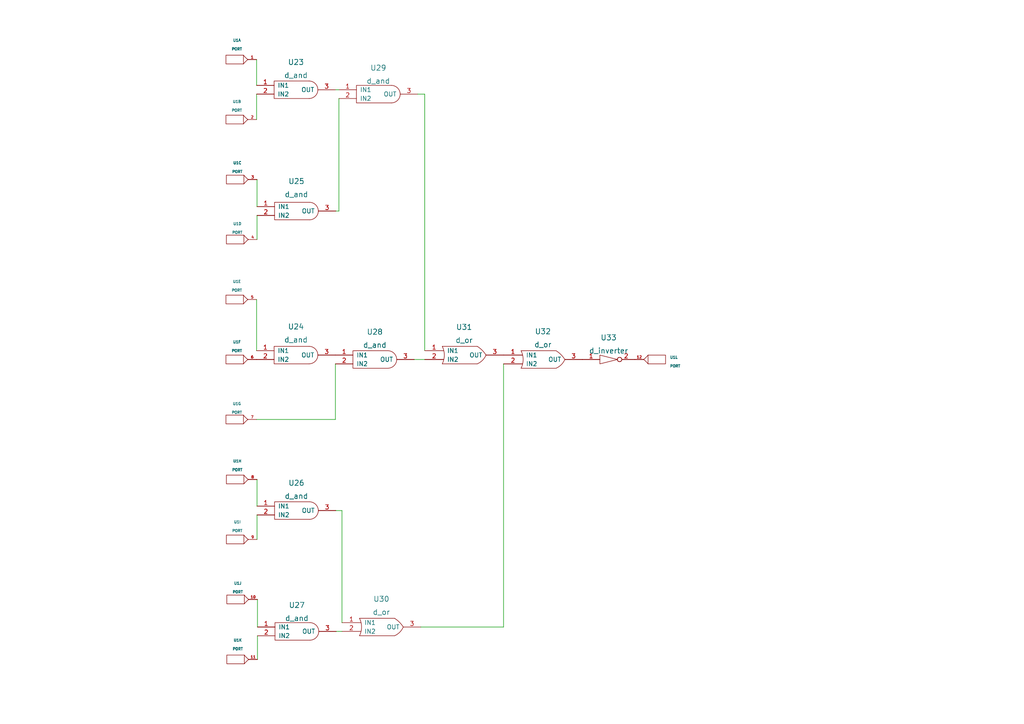
<source format=kicad_sch>
(kicad_sch (version 20211123) (generator eeschema)
  (paper "A4")
  (lib_symbols
    (symbol "eSim_Digital:d_and" (pin_names (offset 1.016))
      (property "Reference" "U" (at 0 0 0))
      (property "Value" "d_and" (at 1.27 2.54 0))
      (symbol "d_and_0_1"
        (polyline (pts (xy 3.81 -1.27) (xy -6.35 -1.27) (xy -6.35 3.81) (xy 3.81 3.81)))
        (arc (start 3.81 -1.27) (mid 5.5897 -0.5171) (end 6.35 1.27))
        (arc (start 6.35 1.27) (mid 5.5971 3.0497) (end 3.81 3.81))
      )
      (symbol "d_and_1_1"
        (pin input line (at -11.43 2.54 0) (length 5.08) (name "IN1") (number "1"))
        (pin input line (at -11.43 0 0) (length 5.08) (name "IN2") (number "2"))
        (pin output line (at 11.43 1.27 180) (length 5.08) (name "OUT") (number "3"))
      )
    )
    (symbol "eSim_Digital:d_inverter" (pin_names (offset 1.016))
      (property "Reference" "U" (at 0 -2.54 0))
      (property "Value" "d_inverter" (at 0 3.81 0))
      (symbol "d_inverter_0_1"
        (polyline (pts (xy -2.54 1.27) (xy -2.54 -1.27) (xy 2.54 0) (xy -2.54 1.27)))
      )
      (symbol "d_inverter_1_1"
        (pin input line (at -7.62 0 0) (length 5.08) (name "~") (number "1"))
        (pin output inverted (at 7.62 0 180) (length 5.08) (name "~") (number "2"))
      )
    )
    (symbol "eSim_Digital:d_or" (pin_names (offset 1.016))
      (property "Reference" "U" (at 0 0 0))
      (property "Value" "d_or" (at 0 2.54 0))
      (symbol "d_or_0_1"
        (arc (start -6.35 -1.27) (mid -5.7504 1.27) (end -6.35 3.81))
        (polyline (pts (xy -6.35 -1.27) (xy 3.81 -1.27)))
        (polyline (pts (xy -6.35 3.81) (xy 3.81 3.81)))
        (arc (start 3.81 -1.27) (mid 5.3181 -0.2399) (end 6.35 1.27))
        (arc (start 6.35 1.27) (mid 5.2222 2.6828) (end 3.81 3.81))
      )
      (symbol "d_or_1_1"
        (pin input line (at -11.43 2.54 0) (length 5.461) (name "IN1") (number "1"))
        (pin input line (at -11.43 0 0) (length 5.461) (name "IN2") (number "2"))
        (pin output line (at 11.43 1.27 180) (length 5.08) (name "OUT") (number "3"))
      )
    )
    (symbol "eSim_Miscellaneous:PORT" (pin_names (offset 1.016))
      (property "Reference" "U" (at 1.27 2.54 0))
      (property "Value" "PORT" (at 0 0 0))
      (symbol "PORT_0_1"
        (rectangle (start -2.54 1.27) (end 2.54 -1.27))
        (arc (start 2.54 1.27) (mid 3.1355 0.5955) (end 3.81 0))
        (arc (start 3.81 0) (mid 3.1447 -0.6046) (end 2.54 -1.27))
      )
      (symbol "PORT_1_1"
        (pin bidirectional line (at 6.35 0 180) (length 2.54) (name "~") (number "1"))
      )
      (symbol "PORT_2_1"
        (pin bidirectional line (at 6.35 0 180) (length 2.54) (name "~") (number "2"))
      )
      (symbol "PORT_3_1"
        (pin bidirectional line (at 6.35 0 180) (length 2.54) (name "~") (number "3"))
      )
      (symbol "PORT_4_1"
        (pin bidirectional line (at 6.35 0 180) (length 2.54) (name "~") (number "4"))
      )
      (symbol "PORT_5_1"
        (pin bidirectional line (at 6.35 0 180) (length 2.54) (name "~") (number "5"))
      )
      (symbol "PORT_6_1"
        (pin bidirectional line (at 6.35 0 180) (length 2.54) (name "~") (number "6"))
      )
      (symbol "PORT_7_1"
        (pin bidirectional line (at 6.35 0 180) (length 2.54) (name "~") (number "7"))
      )
      (symbol "PORT_8_1"
        (pin bidirectional line (at 6.35 0 180) (length 2.54) (name "~") (number "8"))
      )
      (symbol "PORT_9_1"
        (pin bidirectional line (at 6.35 0 180) (length 2.54) (name "~") (number "9"))
      )
      (symbol "PORT_10_1"
        (pin bidirectional line (at 6.35 0 180) (length 2.54) (name "~") (number "10"))
      )
      (symbol "PORT_11_1"
        (pin bidirectional line (at 6.35 0 180) (length 2.54) (name "~") (number "11"))
      )
      (symbol "PORT_12_1"
        (pin bidirectional line (at 6.35 0 180) (length 2.54) (name "~") (number "12"))
      )
      (symbol "PORT_13_1"
        (pin bidirectional line (at 6.35 0 180) (length 2.54) (name "~") (number "13"))
      )
      (symbol "PORT_14_1"
        (pin bidirectional line (at 6.35 0 180) (length 2.54) (name "~") (number "14"))
      )
      (symbol "PORT_15_1"
        (pin bidirectional line (at 6.35 0 180) (length 2.54) (name "~") (number "15"))
      )
      (symbol "PORT_16_1"
        (pin bidirectional line (at 6.35 0 180) (length 2.54) (name "~") (number "16"))
      )
      (symbol "PORT_17_1"
        (pin bidirectional line (at 6.35 0 180) (length 2.54) (name "~") (number "17"))
      )
      (symbol "PORT_18_1"
        (pin bidirectional line (at 6.35 0 180) (length 2.54) (name "~") (number "18"))
      )
      (symbol "PORT_19_1"
        (pin bidirectional line (at 6.35 0 180) (length 2.54) (name "~") (number "19"))
      )
      (symbol "PORT_20_1"
        (pin bidirectional line (at 6.35 0 180) (length 2.54) (name "~") (number "20"))
      )
      (symbol "PORT_21_1"
        (pin bidirectional line (at 6.35 0 180) (length 2.54) (name "~") (number "21"))
      )
      (symbol "PORT_22_1"
        (pin bidirectional line (at 6.35 0 180) (length 2.54) (name "~") (number "22"))
      )
      (symbol "PORT_23_1"
        (pin bidirectional line (at 6.35 0 180) (length 2.54) (name "~") (number "23"))
      )
      (symbol "PORT_24_1"
        (pin bidirectional line (at 6.35 0 180) (length 2.54) (name "~") (number "24"))
      )
      (symbol "PORT_25_1"
        (pin bidirectional line (at 6.35 0 180) (length 2.54) (name "~") (number "25"))
      )
      (symbol "PORT_26_1"
        (pin bidirectional line (at 6.35 0 180) (length 2.54) (name "~") (number "26"))
      )
    )
  )
  (wire (pts (xy 99.187 180.594) (xy 99.187 148.082)))
  (wire (pts (xy 74.549 62.484) (xy 74.549 69.469)))
  (wire (pts (xy 98.298 61.214) (xy 97.409 61.214)))
  (wire (pts (xy 74.422 24.765) (xy 74.422 17.272)))
  (wire (pts (xy 122.047 181.864) (xy 146.05 181.864)))
  (wire (pts (xy 74.422 27.305) (xy 74.422 34.671)))
  (wire (pts (xy 146.05 105.537) (xy 146.05 181.864)))
  (wire (pts (xy 123.19 101.727) (xy 123.19 27.305)))
  (wire (pts (xy 120.142 104.267) (xy 123.19 104.267)))
  (wire (pts (xy 74.422 101.727) (xy 74.422 86.868)))
  (wire (pts (xy 123.19 27.305) (xy 121.158 27.305)))
  (wire (pts (xy 74.549 59.944) (xy 74.549 52.07)))
  (wire (pts (xy 74.422 121.666) (xy 97.282 121.666)))
  (wire (pts (xy 74.676 181.864) (xy 74.676 173.863)))
  (wire (pts (xy 97.282 121.666) (xy 97.282 105.537)))
  (wire (pts (xy 97.536 183.134) (xy 99.187 183.134)))
  (wire (pts (xy 97.282 26.035) (xy 98.298 26.035)))
  (wire (pts (xy 74.676 184.404) (xy 74.676 191.262)))
  (wire (pts (xy 74.549 146.812) (xy 74.549 139.065)))
  (wire (pts (xy 98.298 28.575) (xy 98.298 61.214)))
  (wire (pts (xy 74.549 149.352) (xy 74.549 156.464)))
  (wire (pts (xy 99.187 148.082) (xy 97.409 148.082)))
  (symbol (lib_id "eSim_Digital:d_and") (at 85.852 104.267 0) (unit 1)
    (property "Reference" "U24" (at 85.852 94.742 0) (effects (font (size 1.524 1.524))))
    (property "Value" "d_and" (at 85.852 98.552 0) (effects (font (size 1.524 1.524))))
  )
  (symbol (lib_id "eSim_Miscellaneous:PORT") (at 68.199 69.469 0) (unit 4)
    (property "Reference" "U1" (at 68.834 64.897 0) (effects (font (size 0.762 0.762))))
    (property "Value" "PORT" (at 68.834 67.437 0) (effects (font (size 0.762 0.762))))
  )
  (symbol (lib_id "eSim_Digital:d_or") (at 134.62 104.267 0) (unit 1)
    (property "Reference" "U31" (at 134.62 94.869 0) (effects (font (size 1.524 1.524))))
    (property "Value" "d_or" (at 134.62 98.679 0) (effects (font (size 1.524 1.524))))
  )
  (symbol (lib_id "eSim_Digital:d_and") (at 109.728 28.575 0) (unit 1)
    (property "Reference" "U29" (at 109.728 19.685 0) (effects (font (size 1.524 1.524))))
    (property "Value" "d_and" (at 109.728 23.495 0) (effects (font (size 1.524 1.524))))
  )
  (symbol (lib_id "eSim_Digital:d_and") (at 85.979 149.352 0) (unit 1)
    (property "Reference" "U26" (at 85.979 140.081 0) (effects (font (size 1.524 1.524))))
    (property "Value" "d_and" (at 85.979 143.891 0) (effects (font (size 1.524 1.524))))
  )
  (symbol (lib_id "eSim_Digital:d_and") (at 85.979 62.484 0) (unit 1)
    (property "Reference" "U25" (at 85.979 52.578 0) (effects (font (size 1.524 1.524))))
    (property "Value" "d_and" (at 85.979 56.388 0) (effects (font (size 1.524 1.524))))
  )
  (symbol (lib_id "eSim_Digital:d_inverter") (at 176.53 104.267 0) (unit 1)
    (property "Reference" "U33" (at 176.53 97.917 0) (effects (font (size 1.524 1.524))))
    (property "Value" "d_inverter" (at 176.53 101.727 0) (effects (font (size 1.524 1.524))))
  )
  (symbol (lib_id "eSim_Miscellaneous:PORT") (at 68.199 52.07 0) (unit 3)
    (property "Reference" "U1" (at 68.834 47.244 0) (effects (font (size 0.762 0.762))))
    (property "Value" "PORT" (at 68.834 49.784 0) (effects (font (size 0.762 0.762))))
  )
  (symbol (lib_id "eSim_Miscellaneous:PORT") (at 68.326 191.262 0) (unit 11)
    (property "Reference" "U1" (at 68.961 185.674 0) (effects (font (size 0.762 0.762))))
    (property "Value" "PORT" (at 68.961 188.214 0) (effects (font (size 0.762 0.762))))
  )
  (symbol (lib_id "eSim_Miscellaneous:PORT") (at 190.5 104.267 180) (unit 12)
    (property "Reference" "U1" (at 194.31 103.632 0) (effects (font (size 0.762 0.762)) (justify right)))
    (property "Value" "PORT" (at 194.31 106.172 0) (effects (font (size 0.762 0.762)) (justify right)))
  )
  (symbol (lib_id "eSim_Miscellaneous:PORT") (at 68.072 17.272 0) (unit 1)
    (property "Reference" "U1" (at 68.707 11.684 0) (effects (font (size 0.762 0.762))))
    (property "Value" "PORT" (at 68.707 14.224 0) (effects (font (size 0.762 0.762))))
  )
  (symbol (lib_id "eSim_Digital:d_or") (at 157.48 105.537 0) (unit 1)
    (property "Reference" "U32" (at 157.48 96.139 0) (effects (font (size 1.524 1.524))))
    (property "Value" "d_or" (at 157.48 99.949 0) (effects (font (size 1.524 1.524))))
  )
  (symbol (lib_id "eSim_Miscellaneous:PORT") (at 68.326 173.863 0) (unit 10)
    (property "Reference" "U1" (at 68.961 169.164 0) (effects (font (size 0.762 0.762))))
    (property "Value" "PORT" (at 68.961 171.704 0) (effects (font (size 0.762 0.762))))
  )
  (symbol (lib_id "eSim_Digital:d_and") (at 108.712 105.537 0) (unit 1)
    (property "Reference" "U28" (at 108.712 96.266 0) (effects (font (size 1.524 1.524))))
    (property "Value" "d_and" (at 108.712 100.076 0) (effects (font (size 1.524 1.524))))
  )
  (symbol (lib_id "eSim_Miscellaneous:PORT") (at 68.072 86.868 0) (unit 5)
    (property "Reference" "U1" (at 68.707 81.661 0) (effects (font (size 0.762 0.762))))
    (property "Value" "PORT" (at 68.707 84.201 0) (effects (font (size 0.762 0.762))))
  )
  (symbol (lib_id "eSim_Miscellaneous:PORT") (at 68.199 156.464 0) (unit 9)
    (property "Reference" "U1" (at 68.834 151.384 0) (effects (font (size 0.762 0.762))))
    (property "Value" "PORT" (at 68.834 153.924 0) (effects (font (size 0.762 0.762))))
  )
  (symbol (lib_id "eSim_Digital:d_or") (at 110.617 183.134 0) (unit 1)
    (property "Reference" "U30" (at 110.617 173.736 0) (effects (font (size 1.524 1.524))))
    (property "Value" "d_or" (at 110.617 177.546 0) (effects (font (size 1.524 1.524))))
  )
  (symbol (lib_id "eSim_Miscellaneous:PORT") (at 68.072 104.267 0) (unit 6)
    (property "Reference" "U1" (at 68.707 99.187 0) (effects (font (size 0.762 0.762))))
    (property "Value" "PORT" (at 68.707 101.727 0) (effects (font (size 0.762 0.762))))
  )
  (symbol (lib_id "eSim_Digital:d_and") (at 86.106 184.404 0) (unit 1)
    (property "Reference" "U27" (at 86.106 175.514 0) (effects (font (size 1.524 1.524))))
    (property "Value" "d_and" (at 86.106 179.324 0) (effects (font (size 1.524 1.524))))
  )
  (symbol (lib_id "eSim_Miscellaneous:PORT") (at 68.072 34.671 0) (unit 2)
    (property "Reference" "U1" (at 68.707 29.464 0) (effects (font (size 0.762 0.762))))
    (property "Value" "PORT" (at 68.707 32.004 0) (effects (font (size 0.762 0.762))))
  )
  (symbol (lib_id "eSim_Miscellaneous:PORT") (at 68.199 139.065 0) (unit 8)
    (property "Reference" "U1" (at 68.834 133.731 0) (effects (font (size 0.762 0.762))))
    (property "Value" "PORT" (at 68.834 136.271 0) (effects (font (size 0.762 0.762))))
  )
  (symbol (lib_id "eSim_Miscellaneous:PORT") (at 68.072 121.666 0) (unit 7)
    (property "Reference" "U1" (at 68.707 117.094 0) (effects (font (size 0.762 0.762))))
    (property "Value" "PORT" (at 68.707 119.634 0) (effects (font (size 0.762 0.762))))
  )
  (symbol (lib_id "eSim_Digital:d_and") (at 85.852 27.305 0) (unit 1)
    (property "Reference" "U23" (at 85.852 18.034 0) (effects (font (size 1.524 1.524))))
    (property "Value" "d_and" (at 85.852 21.844 0) (effects (font (size 1.524 1.524))))
  )
)
</source>
